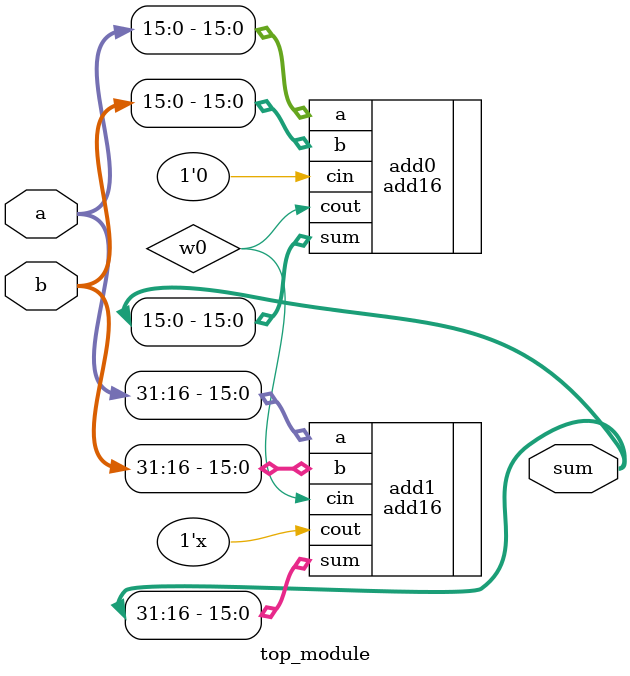
<source format=v>
module top_module(
    input [31:0] a,
    input [31:0] b,
    output [31:0] sum
);
    wire w0;
    add16 add0(.a(a[15:0]), .b(b[15:0]), .cin(1'b0), .sum(sum[15:0]), .cout(w0));
    add16 add1(.a(a[31:16]), .b(b[31:16]), .cin(w0), .sum(sum[31:16]), .cout(1'bz));
    
endmodule

</source>
